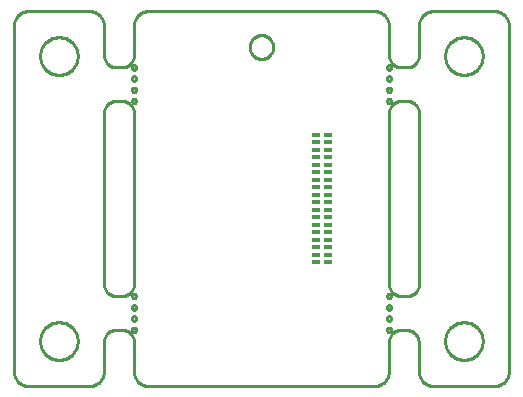
<source format=gbr>
G04 EAGLE Gerber RS-274X export*
G75*
%MOIN*%
%FSLAX34Y34*%
%LPD*%
%INSolderpaste Top*%
%IPPOS*%
%AMOC8*
5,1,8,0,0,1.08239X$1,22.5*%
G01*
%ADD10R,0.030000X0.015000*%
%ADD11C,0.010000*%


D10*
X2470Y-5375D03*
X2470Y-5125D03*
X2470Y-5625D03*
X2470Y-4875D03*
X2470Y-5875D03*
X2470Y-4625D03*
X2470Y-6125D03*
X2470Y-6375D03*
X2470Y-4375D03*
X2470Y-4125D03*
X2070Y-6375D03*
X2070Y-6125D03*
X2070Y-5875D03*
X2070Y-5625D03*
X2070Y-5375D03*
X2070Y-5125D03*
X2070Y-4875D03*
X2070Y-4625D03*
X2470Y-3875D03*
X2470Y-3625D03*
X2470Y-3375D03*
X2470Y-3125D03*
X2470Y-2875D03*
X2470Y-2625D03*
X2470Y-2375D03*
X2470Y-2125D03*
X2070Y-4375D03*
X2070Y-4125D03*
X2070Y-3875D03*
X2070Y-3625D03*
X2070Y-3375D03*
X2070Y-3125D03*
X2070Y-2875D03*
X2070Y-2625D03*
X2070Y-2375D03*
X2070Y-2125D03*
D11*
X-8000Y-10000D02*
X-7998Y-10044D01*
X-7992Y-10087D01*
X-7983Y-10129D01*
X-7970Y-10171D01*
X-7953Y-10211D01*
X-7933Y-10250D01*
X-7910Y-10287D01*
X-7883Y-10321D01*
X-7854Y-10354D01*
X-7821Y-10383D01*
X-7787Y-10410D01*
X-7750Y-10433D01*
X-7711Y-10453D01*
X-7671Y-10470D01*
X-7629Y-10483D01*
X-7587Y-10492D01*
X-7544Y-10498D01*
X-7500Y-10500D01*
X-5500Y-10500D01*
X-5456Y-10498D01*
X-5413Y-10492D01*
X-5371Y-10483D01*
X-5329Y-10470D01*
X-5289Y-10453D01*
X-5250Y-10433D01*
X-5213Y-10410D01*
X-5179Y-10383D01*
X-5146Y-10354D01*
X-5117Y-10321D01*
X-5090Y-10287D01*
X-5067Y-10250D01*
X-5047Y-10211D01*
X-5030Y-10171D01*
X-5017Y-10129D01*
X-5008Y-10087D01*
X-5002Y-10044D01*
X-5000Y-10000D01*
X-5000Y-9025D01*
X-4998Y-8990D01*
X-4994Y-8956D01*
X-4986Y-8921D01*
X-4976Y-8888D01*
X-4963Y-8856D01*
X-4946Y-8825D01*
X-4928Y-8796D01*
X-4906Y-8768D01*
X-4883Y-8742D01*
X-4857Y-8719D01*
X-4829Y-8697D01*
X-4800Y-8679D01*
X-4769Y-8662D01*
X-4737Y-8649D01*
X-4704Y-8639D01*
X-4669Y-8631D01*
X-4635Y-8627D01*
X-4600Y-8625D01*
X-4400Y-8625D01*
X-4365Y-8627D01*
X-4331Y-8631D01*
X-4296Y-8639D01*
X-4263Y-8649D01*
X-4231Y-8662D01*
X-4200Y-8679D01*
X-4171Y-8697D01*
X-4143Y-8719D01*
X-4117Y-8742D01*
X-4094Y-8768D01*
X-4072Y-8796D01*
X-4054Y-8825D01*
X-4037Y-8856D01*
X-4024Y-8888D01*
X-4014Y-8921D01*
X-4006Y-8956D01*
X-4002Y-8990D01*
X-4000Y-9025D01*
X-4000Y-10000D01*
X-3998Y-10044D01*
X-3992Y-10087D01*
X-3983Y-10129D01*
X-3970Y-10171D01*
X-3953Y-10211D01*
X-3933Y-10250D01*
X-3910Y-10287D01*
X-3883Y-10321D01*
X-3854Y-10354D01*
X-3821Y-10383D01*
X-3787Y-10410D01*
X-3750Y-10433D01*
X-3711Y-10453D01*
X-3671Y-10470D01*
X-3629Y-10483D01*
X-3587Y-10492D01*
X-3544Y-10498D01*
X-3500Y-10500D01*
X4000Y-10500D01*
X4044Y-10498D01*
X4087Y-10492D01*
X4129Y-10483D01*
X4171Y-10470D01*
X4211Y-10453D01*
X4250Y-10433D01*
X4287Y-10410D01*
X4321Y-10383D01*
X4354Y-10354D01*
X4383Y-10321D01*
X4410Y-10287D01*
X4433Y-10250D01*
X4453Y-10211D01*
X4470Y-10171D01*
X4483Y-10129D01*
X4492Y-10087D01*
X4498Y-10044D01*
X4500Y-10000D01*
X4500Y-9025D01*
X4502Y-8990D01*
X4506Y-8956D01*
X4514Y-8921D01*
X4524Y-8888D01*
X4537Y-8856D01*
X4554Y-8825D01*
X4572Y-8796D01*
X4594Y-8768D01*
X4617Y-8742D01*
X4643Y-8719D01*
X4671Y-8697D01*
X4700Y-8679D01*
X4731Y-8662D01*
X4763Y-8649D01*
X4796Y-8639D01*
X4831Y-8631D01*
X4865Y-8627D01*
X4900Y-8625D01*
X5100Y-8625D01*
X5140Y-8632D01*
X5179Y-8643D01*
X5218Y-8657D01*
X5254Y-8674D01*
X5290Y-8695D01*
X5323Y-8718D01*
X5354Y-8744D01*
X5383Y-8773D01*
X5409Y-8805D01*
X5432Y-8838D01*
X5452Y-8873D01*
X5469Y-8910D01*
X5483Y-8949D01*
X5493Y-8988D01*
X5500Y-9028D01*
X5504Y-9069D01*
X5504Y-9109D01*
X5500Y-9150D01*
X5500Y-10000D01*
X5502Y-10044D01*
X5508Y-10087D01*
X5517Y-10129D01*
X5530Y-10171D01*
X5547Y-10211D01*
X5567Y-10250D01*
X5590Y-10287D01*
X5617Y-10321D01*
X5646Y-10354D01*
X5679Y-10383D01*
X5713Y-10410D01*
X5750Y-10433D01*
X5789Y-10453D01*
X5829Y-10470D01*
X5871Y-10483D01*
X5913Y-10492D01*
X5956Y-10498D01*
X6000Y-10500D01*
X8000Y-10500D01*
X8044Y-10498D01*
X8087Y-10492D01*
X8129Y-10483D01*
X8171Y-10470D01*
X8211Y-10453D01*
X8250Y-10433D01*
X8287Y-10410D01*
X8321Y-10383D01*
X8354Y-10354D01*
X8383Y-10321D01*
X8410Y-10287D01*
X8433Y-10250D01*
X8453Y-10211D01*
X8470Y-10171D01*
X8483Y-10129D01*
X8492Y-10087D01*
X8498Y-10044D01*
X8500Y-10000D01*
X8500Y1500D01*
X8498Y1544D01*
X8492Y1587D01*
X8483Y1629D01*
X8470Y1671D01*
X8453Y1711D01*
X8433Y1750D01*
X8410Y1787D01*
X8383Y1821D01*
X8354Y1854D01*
X8321Y1883D01*
X8287Y1910D01*
X8250Y1933D01*
X8211Y1953D01*
X8171Y1970D01*
X8129Y1983D01*
X8087Y1992D01*
X8044Y1998D01*
X8000Y2000D01*
X6000Y2000D01*
X5956Y1998D01*
X5913Y1992D01*
X5871Y1983D01*
X5829Y1970D01*
X5789Y1953D01*
X5750Y1933D01*
X5713Y1910D01*
X5679Y1883D01*
X5646Y1854D01*
X5617Y1821D01*
X5590Y1787D01*
X5567Y1750D01*
X5547Y1711D01*
X5530Y1671D01*
X5517Y1629D01*
X5508Y1587D01*
X5502Y1544D01*
X5500Y1500D01*
X5500Y525D01*
X5498Y490D01*
X5494Y456D01*
X5486Y421D01*
X5476Y388D01*
X5463Y356D01*
X5446Y325D01*
X5428Y296D01*
X5406Y268D01*
X5383Y242D01*
X5357Y219D01*
X5329Y197D01*
X5300Y179D01*
X5269Y162D01*
X5237Y149D01*
X5204Y139D01*
X5169Y131D01*
X5135Y127D01*
X5100Y125D01*
X4900Y125D01*
X4865Y127D01*
X4831Y131D01*
X4796Y139D01*
X4763Y149D01*
X4731Y162D01*
X4700Y179D01*
X4671Y197D01*
X4643Y219D01*
X4617Y242D01*
X4594Y268D01*
X4572Y296D01*
X4554Y325D01*
X4537Y356D01*
X4524Y388D01*
X4514Y421D01*
X4506Y456D01*
X4502Y490D01*
X4500Y525D01*
X4500Y1500D01*
X4498Y1544D01*
X4492Y1587D01*
X4483Y1629D01*
X4470Y1671D01*
X4453Y1711D01*
X4433Y1750D01*
X4410Y1787D01*
X4383Y1821D01*
X4354Y1854D01*
X4321Y1883D01*
X4287Y1910D01*
X4250Y1933D01*
X4211Y1953D01*
X4171Y1970D01*
X4129Y1983D01*
X4087Y1992D01*
X4044Y1998D01*
X4000Y2000D01*
X-3500Y2000D01*
X-3544Y1998D01*
X-3587Y1992D01*
X-3629Y1983D01*
X-3671Y1970D01*
X-3711Y1953D01*
X-3750Y1933D01*
X-3787Y1910D01*
X-3821Y1883D01*
X-3854Y1854D01*
X-3883Y1821D01*
X-3910Y1787D01*
X-3933Y1750D01*
X-3953Y1711D01*
X-3970Y1671D01*
X-3983Y1629D01*
X-3992Y1587D01*
X-3998Y1544D01*
X-4000Y1500D01*
X-4000Y525D01*
X-4002Y490D01*
X-4006Y456D01*
X-4014Y421D01*
X-4024Y388D01*
X-4037Y356D01*
X-4054Y325D01*
X-4072Y296D01*
X-4094Y268D01*
X-4117Y242D01*
X-4143Y219D01*
X-4171Y197D01*
X-4200Y179D01*
X-4231Y162D01*
X-4263Y149D01*
X-4296Y139D01*
X-4331Y131D01*
X-4365Y127D01*
X-4400Y125D01*
X-4600Y125D01*
X-4635Y127D01*
X-4669Y131D01*
X-4704Y139D01*
X-4737Y149D01*
X-4769Y162D01*
X-4800Y179D01*
X-4829Y197D01*
X-4857Y219D01*
X-4883Y242D01*
X-4906Y268D01*
X-4928Y296D01*
X-4946Y325D01*
X-4963Y356D01*
X-4976Y388D01*
X-4986Y421D01*
X-4994Y456D01*
X-4998Y490D01*
X-5000Y525D01*
X-5000Y1500D01*
X-5002Y1544D01*
X-5008Y1587D01*
X-5017Y1629D01*
X-5030Y1671D01*
X-5047Y1711D01*
X-5067Y1750D01*
X-5090Y1787D01*
X-5117Y1821D01*
X-5146Y1854D01*
X-5179Y1883D01*
X-5213Y1910D01*
X-5250Y1933D01*
X-5289Y1953D01*
X-5329Y1970D01*
X-5371Y1983D01*
X-5413Y1992D01*
X-5456Y1998D01*
X-5500Y2000D01*
X-7500Y2000D01*
X-7544Y1998D01*
X-7587Y1992D01*
X-7629Y1983D01*
X-7671Y1970D01*
X-7711Y1953D01*
X-7750Y1933D01*
X-7787Y1910D01*
X-7821Y1883D01*
X-7854Y1854D01*
X-7883Y1821D01*
X-7910Y1787D01*
X-7933Y1750D01*
X-7953Y1711D01*
X-7970Y1671D01*
X-7983Y1629D01*
X-7992Y1587D01*
X-7998Y1544D01*
X-8000Y1500D01*
X-8000Y-10000D01*
X4500Y-7100D02*
X4502Y-7135D01*
X4506Y-7169D01*
X4514Y-7204D01*
X4524Y-7237D01*
X4537Y-7269D01*
X4554Y-7300D01*
X4572Y-7329D01*
X4594Y-7357D01*
X4617Y-7383D01*
X4643Y-7406D01*
X4671Y-7428D01*
X4700Y-7446D01*
X4731Y-7463D01*
X4763Y-7476D01*
X4796Y-7486D01*
X4831Y-7494D01*
X4865Y-7498D01*
X4900Y-7500D01*
X5100Y-7500D01*
X5135Y-7498D01*
X5169Y-7494D01*
X5204Y-7486D01*
X5237Y-7476D01*
X5269Y-7463D01*
X5300Y-7446D01*
X5329Y-7428D01*
X5357Y-7406D01*
X5383Y-7383D01*
X5406Y-7357D01*
X5428Y-7329D01*
X5446Y-7300D01*
X5463Y-7269D01*
X5476Y-7237D01*
X5486Y-7204D01*
X5494Y-7169D01*
X5498Y-7135D01*
X5500Y-7100D01*
X5500Y-1400D01*
X5498Y-1365D01*
X5494Y-1331D01*
X5486Y-1296D01*
X5476Y-1263D01*
X5463Y-1231D01*
X5446Y-1200D01*
X5428Y-1171D01*
X5406Y-1143D01*
X5383Y-1117D01*
X5357Y-1094D01*
X5329Y-1072D01*
X5300Y-1054D01*
X5269Y-1037D01*
X5237Y-1024D01*
X5204Y-1014D01*
X5169Y-1006D01*
X5135Y-1002D01*
X5100Y-1000D01*
X4900Y-1000D01*
X4865Y-1002D01*
X4831Y-1006D01*
X4796Y-1014D01*
X4763Y-1024D01*
X4731Y-1037D01*
X4700Y-1054D01*
X4671Y-1072D01*
X4643Y-1094D01*
X4617Y-1117D01*
X4594Y-1143D01*
X4572Y-1171D01*
X4554Y-1200D01*
X4537Y-1231D01*
X4524Y-1263D01*
X4514Y-1296D01*
X4506Y-1331D01*
X4502Y-1365D01*
X4500Y-1400D01*
X4500Y-7100D01*
X-5000Y-7100D02*
X-4998Y-7135D01*
X-4994Y-7169D01*
X-4986Y-7204D01*
X-4976Y-7237D01*
X-4963Y-7269D01*
X-4946Y-7300D01*
X-4928Y-7329D01*
X-4906Y-7357D01*
X-4883Y-7383D01*
X-4857Y-7406D01*
X-4829Y-7428D01*
X-4800Y-7446D01*
X-4769Y-7463D01*
X-4737Y-7476D01*
X-4704Y-7486D01*
X-4669Y-7494D01*
X-4635Y-7498D01*
X-4600Y-7500D01*
X-4400Y-7500D01*
X-4365Y-7498D01*
X-4331Y-7494D01*
X-4296Y-7486D01*
X-4263Y-7476D01*
X-4231Y-7463D01*
X-4200Y-7446D01*
X-4171Y-7428D01*
X-4143Y-7406D01*
X-4117Y-7383D01*
X-4094Y-7357D01*
X-4072Y-7329D01*
X-4054Y-7300D01*
X-4037Y-7269D01*
X-4024Y-7237D01*
X-4014Y-7204D01*
X-4006Y-7169D01*
X-4002Y-7135D01*
X-4000Y-7100D01*
X-4000Y-1400D01*
X-4002Y-1365D01*
X-4006Y-1331D01*
X-4014Y-1296D01*
X-4024Y-1263D01*
X-4037Y-1231D01*
X-4054Y-1200D01*
X-4072Y-1171D01*
X-4094Y-1143D01*
X-4117Y-1117D01*
X-4143Y-1094D01*
X-4171Y-1072D01*
X-4200Y-1054D01*
X-4231Y-1037D01*
X-4263Y-1024D01*
X-4296Y-1014D01*
X-4331Y-1006D01*
X-4365Y-1002D01*
X-4400Y-1000D01*
X-4600Y-1000D01*
X-4635Y-1002D01*
X-4669Y-1006D01*
X-4704Y-1014D01*
X-4737Y-1024D01*
X-4769Y-1037D01*
X-4800Y-1054D01*
X-4829Y-1072D01*
X-4857Y-1094D01*
X-4883Y-1117D01*
X-4906Y-1143D01*
X-4928Y-1171D01*
X-4946Y-1200D01*
X-4963Y-1231D01*
X-4976Y-1263D01*
X-4986Y-1296D01*
X-4994Y-1331D01*
X-4998Y-1365D01*
X-5000Y-1400D01*
X-5000Y-7100D01*
X4575Y-8632D02*
X4572Y-8647D01*
X4566Y-8661D01*
X4558Y-8673D01*
X4548Y-8683D01*
X4536Y-8691D01*
X4522Y-8697D01*
X4507Y-8700D01*
X4493Y-8700D01*
X4478Y-8697D01*
X4464Y-8691D01*
X4452Y-8683D01*
X4442Y-8673D01*
X4434Y-8661D01*
X4428Y-8647D01*
X4425Y-8632D01*
X4425Y-8618D01*
X4428Y-8603D01*
X4434Y-8589D01*
X4442Y-8577D01*
X4452Y-8567D01*
X4464Y-8559D01*
X4478Y-8553D01*
X4493Y-8550D01*
X4507Y-8550D01*
X4522Y-8553D01*
X4536Y-8559D01*
X4548Y-8567D01*
X4558Y-8577D01*
X4566Y-8589D01*
X4572Y-8603D01*
X4575Y-8618D01*
X4575Y-8632D01*
X4575Y-7507D02*
X4572Y-7522D01*
X4566Y-7536D01*
X4558Y-7548D01*
X4548Y-7558D01*
X4536Y-7566D01*
X4522Y-7572D01*
X4507Y-7575D01*
X4493Y-7575D01*
X4478Y-7572D01*
X4464Y-7566D01*
X4452Y-7558D01*
X4442Y-7548D01*
X4434Y-7536D01*
X4428Y-7522D01*
X4425Y-7507D01*
X4425Y-7493D01*
X4428Y-7478D01*
X4434Y-7464D01*
X4442Y-7452D01*
X4452Y-7442D01*
X4464Y-7434D01*
X4478Y-7428D01*
X4493Y-7425D01*
X4507Y-7425D01*
X4522Y-7428D01*
X4536Y-7434D01*
X4548Y-7442D01*
X4558Y-7452D01*
X4566Y-7464D01*
X4572Y-7478D01*
X4575Y-7493D01*
X4575Y-7507D01*
X4575Y-7882D02*
X4572Y-7897D01*
X4566Y-7911D01*
X4558Y-7923D01*
X4548Y-7933D01*
X4536Y-7941D01*
X4522Y-7947D01*
X4507Y-7950D01*
X4493Y-7950D01*
X4478Y-7947D01*
X4464Y-7941D01*
X4452Y-7933D01*
X4442Y-7923D01*
X4434Y-7911D01*
X4428Y-7897D01*
X4425Y-7882D01*
X4425Y-7868D01*
X4428Y-7853D01*
X4434Y-7839D01*
X4442Y-7827D01*
X4452Y-7817D01*
X4464Y-7809D01*
X4478Y-7803D01*
X4493Y-7800D01*
X4507Y-7800D01*
X4522Y-7803D01*
X4536Y-7809D01*
X4548Y-7817D01*
X4558Y-7827D01*
X4566Y-7839D01*
X4572Y-7853D01*
X4575Y-7868D01*
X4575Y-7882D01*
X4575Y-8257D02*
X4572Y-8272D01*
X4566Y-8286D01*
X4558Y-8298D01*
X4548Y-8308D01*
X4536Y-8316D01*
X4522Y-8322D01*
X4507Y-8325D01*
X4493Y-8325D01*
X4478Y-8322D01*
X4464Y-8316D01*
X4452Y-8308D01*
X4442Y-8298D01*
X4434Y-8286D01*
X4428Y-8272D01*
X4425Y-8257D01*
X4425Y-8243D01*
X4428Y-8228D01*
X4434Y-8214D01*
X4442Y-8202D01*
X4452Y-8192D01*
X4464Y-8184D01*
X4478Y-8178D01*
X4493Y-8175D01*
X4507Y-8175D01*
X4522Y-8178D01*
X4536Y-8184D01*
X4548Y-8192D01*
X4558Y-8202D01*
X4566Y-8214D01*
X4572Y-8228D01*
X4575Y-8243D01*
X4575Y-8257D01*
X7625Y-9020D02*
X7622Y-9061D01*
X7617Y-9102D01*
X7609Y-9142D01*
X7598Y-9182D01*
X7585Y-9220D01*
X7570Y-9258D01*
X7551Y-9295D01*
X7531Y-9330D01*
X7508Y-9364D01*
X7483Y-9397D01*
X7456Y-9427D01*
X7427Y-9456D01*
X7397Y-9483D01*
X7364Y-9508D01*
X7330Y-9531D01*
X7295Y-9551D01*
X7258Y-9570D01*
X7220Y-9585D01*
X7182Y-9598D01*
X7142Y-9609D01*
X7102Y-9617D01*
X7061Y-9622D01*
X7020Y-9625D01*
X6980Y-9625D01*
X6939Y-9622D01*
X6898Y-9617D01*
X6858Y-9609D01*
X6818Y-9598D01*
X6780Y-9585D01*
X6742Y-9570D01*
X6705Y-9551D01*
X6670Y-9531D01*
X6636Y-9508D01*
X6603Y-9483D01*
X6573Y-9456D01*
X6544Y-9427D01*
X6517Y-9397D01*
X6492Y-9364D01*
X6469Y-9330D01*
X6449Y-9295D01*
X6430Y-9258D01*
X6415Y-9220D01*
X6402Y-9182D01*
X6391Y-9142D01*
X6383Y-9102D01*
X6378Y-9061D01*
X6375Y-9020D01*
X6375Y-8980D01*
X6378Y-8939D01*
X6383Y-8898D01*
X6391Y-8858D01*
X6402Y-8818D01*
X6415Y-8780D01*
X6430Y-8742D01*
X6449Y-8705D01*
X6469Y-8670D01*
X6492Y-8636D01*
X6517Y-8603D01*
X6544Y-8573D01*
X6573Y-8544D01*
X6603Y-8517D01*
X6636Y-8492D01*
X6670Y-8469D01*
X6705Y-8449D01*
X6742Y-8430D01*
X6780Y-8415D01*
X6818Y-8402D01*
X6858Y-8391D01*
X6898Y-8383D01*
X6939Y-8378D01*
X6980Y-8375D01*
X7020Y-8375D01*
X7061Y-8378D01*
X7102Y-8383D01*
X7142Y-8391D01*
X7182Y-8402D01*
X7220Y-8415D01*
X7258Y-8430D01*
X7295Y-8449D01*
X7330Y-8469D01*
X7364Y-8492D01*
X7397Y-8517D01*
X7427Y-8544D01*
X7456Y-8573D01*
X7483Y-8603D01*
X7508Y-8636D01*
X7531Y-8670D01*
X7551Y-8705D01*
X7570Y-8742D01*
X7585Y-8780D01*
X7598Y-8818D01*
X7609Y-8858D01*
X7617Y-8898D01*
X7622Y-8939D01*
X7625Y-8980D01*
X7625Y-9020D01*
X644Y783D02*
X641Y749D01*
X635Y715D01*
X626Y681D01*
X614Y649D01*
X600Y618D01*
X582Y588D01*
X563Y560D01*
X541Y534D01*
X516Y509D01*
X490Y487D01*
X462Y468D01*
X432Y450D01*
X401Y436D01*
X369Y424D01*
X335Y415D01*
X301Y409D01*
X267Y406D01*
X233Y406D01*
X199Y409D01*
X165Y415D01*
X131Y424D01*
X99Y436D01*
X68Y450D01*
X38Y468D01*
X10Y487D01*
X-16Y509D01*
X-41Y534D01*
X-63Y560D01*
X-82Y588D01*
X-100Y618D01*
X-114Y649D01*
X-126Y681D01*
X-135Y715D01*
X-141Y749D01*
X-144Y783D01*
X-144Y817D01*
X-141Y851D01*
X-135Y885D01*
X-126Y919D01*
X-114Y951D01*
X-100Y982D01*
X-82Y1012D01*
X-63Y1040D01*
X-41Y1066D01*
X-16Y1091D01*
X10Y1113D01*
X38Y1132D01*
X68Y1150D01*
X99Y1164D01*
X131Y1176D01*
X165Y1185D01*
X199Y1191D01*
X233Y1194D01*
X267Y1194D01*
X301Y1191D01*
X335Y1185D01*
X369Y1176D01*
X401Y1164D01*
X432Y1150D01*
X462Y1132D01*
X490Y1113D01*
X516Y1091D01*
X541Y1066D01*
X563Y1040D01*
X582Y1012D01*
X600Y982D01*
X614Y951D01*
X626Y919D01*
X635Y885D01*
X641Y851D01*
X644Y817D01*
X644Y783D01*
X4575Y-1007D02*
X4572Y-1022D01*
X4566Y-1036D01*
X4558Y-1048D01*
X4548Y-1058D01*
X4536Y-1066D01*
X4522Y-1072D01*
X4507Y-1075D01*
X4493Y-1075D01*
X4478Y-1072D01*
X4464Y-1066D01*
X4452Y-1058D01*
X4442Y-1048D01*
X4434Y-1036D01*
X4428Y-1022D01*
X4425Y-1007D01*
X4425Y-993D01*
X4428Y-978D01*
X4434Y-964D01*
X4442Y-952D01*
X4452Y-942D01*
X4464Y-934D01*
X4478Y-928D01*
X4493Y-925D01*
X4507Y-925D01*
X4522Y-928D01*
X4536Y-934D01*
X4548Y-942D01*
X4558Y-952D01*
X4566Y-964D01*
X4572Y-978D01*
X4575Y-993D01*
X4575Y-1007D01*
X4575Y118D02*
X4572Y103D01*
X4566Y89D01*
X4558Y77D01*
X4548Y67D01*
X4536Y59D01*
X4522Y53D01*
X4507Y50D01*
X4493Y50D01*
X4478Y53D01*
X4464Y59D01*
X4452Y67D01*
X4442Y77D01*
X4434Y89D01*
X4428Y103D01*
X4425Y118D01*
X4425Y132D01*
X4428Y147D01*
X4434Y161D01*
X4442Y173D01*
X4452Y183D01*
X4464Y191D01*
X4478Y197D01*
X4493Y200D01*
X4507Y200D01*
X4522Y197D01*
X4536Y191D01*
X4548Y183D01*
X4558Y173D01*
X4566Y161D01*
X4572Y147D01*
X4575Y132D01*
X4575Y118D01*
X4575Y-257D02*
X4572Y-272D01*
X4566Y-286D01*
X4558Y-298D01*
X4548Y-308D01*
X4536Y-316D01*
X4522Y-322D01*
X4507Y-325D01*
X4493Y-325D01*
X4478Y-322D01*
X4464Y-316D01*
X4452Y-308D01*
X4442Y-298D01*
X4434Y-286D01*
X4428Y-272D01*
X4425Y-257D01*
X4425Y-243D01*
X4428Y-228D01*
X4434Y-214D01*
X4442Y-202D01*
X4452Y-192D01*
X4464Y-184D01*
X4478Y-178D01*
X4493Y-175D01*
X4507Y-175D01*
X4522Y-178D01*
X4536Y-184D01*
X4548Y-192D01*
X4558Y-202D01*
X4566Y-214D01*
X4572Y-228D01*
X4575Y-243D01*
X4575Y-257D01*
X4575Y-632D02*
X4572Y-647D01*
X4566Y-661D01*
X4558Y-673D01*
X4548Y-683D01*
X4536Y-691D01*
X4522Y-697D01*
X4507Y-700D01*
X4493Y-700D01*
X4478Y-697D01*
X4464Y-691D01*
X4452Y-683D01*
X4442Y-673D01*
X4434Y-661D01*
X4428Y-647D01*
X4425Y-632D01*
X4425Y-618D01*
X4428Y-603D01*
X4434Y-589D01*
X4442Y-577D01*
X4452Y-567D01*
X4464Y-559D01*
X4478Y-553D01*
X4493Y-550D01*
X4507Y-550D01*
X4522Y-553D01*
X4536Y-559D01*
X4548Y-567D01*
X4558Y-577D01*
X4566Y-589D01*
X4572Y-603D01*
X4575Y-618D01*
X4575Y-632D01*
X-3925Y-1007D02*
X-3928Y-1022D01*
X-3934Y-1036D01*
X-3942Y-1048D01*
X-3952Y-1058D01*
X-3964Y-1066D01*
X-3978Y-1072D01*
X-3993Y-1075D01*
X-4007Y-1075D01*
X-4022Y-1072D01*
X-4036Y-1066D01*
X-4048Y-1058D01*
X-4058Y-1048D01*
X-4066Y-1036D01*
X-4072Y-1022D01*
X-4075Y-1007D01*
X-4075Y-993D01*
X-4072Y-978D01*
X-4066Y-964D01*
X-4058Y-952D01*
X-4048Y-942D01*
X-4036Y-934D01*
X-4022Y-928D01*
X-4007Y-925D01*
X-3993Y-925D01*
X-3978Y-928D01*
X-3964Y-934D01*
X-3952Y-942D01*
X-3942Y-952D01*
X-3934Y-964D01*
X-3928Y-978D01*
X-3925Y-993D01*
X-3925Y-1007D01*
X-3925Y118D02*
X-3928Y103D01*
X-3934Y89D01*
X-3942Y77D01*
X-3952Y67D01*
X-3964Y59D01*
X-3978Y53D01*
X-3993Y50D01*
X-4007Y50D01*
X-4022Y53D01*
X-4036Y59D01*
X-4048Y67D01*
X-4058Y77D01*
X-4066Y89D01*
X-4072Y103D01*
X-4075Y118D01*
X-4075Y132D01*
X-4072Y147D01*
X-4066Y161D01*
X-4058Y173D01*
X-4048Y183D01*
X-4036Y191D01*
X-4022Y197D01*
X-4007Y200D01*
X-3993Y200D01*
X-3978Y197D01*
X-3964Y191D01*
X-3952Y183D01*
X-3942Y173D01*
X-3934Y161D01*
X-3928Y147D01*
X-3925Y132D01*
X-3925Y118D01*
X-3925Y-257D02*
X-3928Y-272D01*
X-3934Y-286D01*
X-3942Y-298D01*
X-3952Y-308D01*
X-3964Y-316D01*
X-3978Y-322D01*
X-3993Y-325D01*
X-4007Y-325D01*
X-4022Y-322D01*
X-4036Y-316D01*
X-4048Y-308D01*
X-4058Y-298D01*
X-4066Y-286D01*
X-4072Y-272D01*
X-4075Y-257D01*
X-4075Y-243D01*
X-4072Y-228D01*
X-4066Y-214D01*
X-4058Y-202D01*
X-4048Y-192D01*
X-4036Y-184D01*
X-4022Y-178D01*
X-4007Y-175D01*
X-3993Y-175D01*
X-3978Y-178D01*
X-3964Y-184D01*
X-3952Y-192D01*
X-3942Y-202D01*
X-3934Y-214D01*
X-3928Y-228D01*
X-3925Y-243D01*
X-3925Y-257D01*
X-3925Y-632D02*
X-3928Y-647D01*
X-3934Y-661D01*
X-3942Y-673D01*
X-3952Y-683D01*
X-3964Y-691D01*
X-3978Y-697D01*
X-3993Y-700D01*
X-4007Y-700D01*
X-4022Y-697D01*
X-4036Y-691D01*
X-4048Y-683D01*
X-4058Y-673D01*
X-4066Y-661D01*
X-4072Y-647D01*
X-4075Y-632D01*
X-4075Y-618D01*
X-4072Y-603D01*
X-4066Y-589D01*
X-4058Y-577D01*
X-4048Y-567D01*
X-4036Y-559D01*
X-4022Y-553D01*
X-4007Y-550D01*
X-3993Y-550D01*
X-3978Y-553D01*
X-3964Y-559D01*
X-3952Y-567D01*
X-3942Y-577D01*
X-3934Y-589D01*
X-3928Y-603D01*
X-3925Y-618D01*
X-3925Y-632D01*
X-3925Y-8632D02*
X-3928Y-8647D01*
X-3934Y-8661D01*
X-3942Y-8673D01*
X-3952Y-8683D01*
X-3964Y-8691D01*
X-3978Y-8697D01*
X-3993Y-8700D01*
X-4007Y-8700D01*
X-4022Y-8697D01*
X-4036Y-8691D01*
X-4048Y-8683D01*
X-4058Y-8673D01*
X-4066Y-8661D01*
X-4072Y-8647D01*
X-4075Y-8632D01*
X-4075Y-8618D01*
X-4072Y-8603D01*
X-4066Y-8589D01*
X-4058Y-8577D01*
X-4048Y-8567D01*
X-4036Y-8559D01*
X-4022Y-8553D01*
X-4007Y-8550D01*
X-3993Y-8550D01*
X-3978Y-8553D01*
X-3964Y-8559D01*
X-3952Y-8567D01*
X-3942Y-8577D01*
X-3934Y-8589D01*
X-3928Y-8603D01*
X-3925Y-8618D01*
X-3925Y-8632D01*
X-3925Y-7507D02*
X-3928Y-7522D01*
X-3934Y-7536D01*
X-3942Y-7548D01*
X-3952Y-7558D01*
X-3964Y-7566D01*
X-3978Y-7572D01*
X-3993Y-7575D01*
X-4007Y-7575D01*
X-4022Y-7572D01*
X-4036Y-7566D01*
X-4048Y-7558D01*
X-4058Y-7548D01*
X-4066Y-7536D01*
X-4072Y-7522D01*
X-4075Y-7507D01*
X-4075Y-7493D01*
X-4072Y-7478D01*
X-4066Y-7464D01*
X-4058Y-7452D01*
X-4048Y-7442D01*
X-4036Y-7434D01*
X-4022Y-7428D01*
X-4007Y-7425D01*
X-3993Y-7425D01*
X-3978Y-7428D01*
X-3964Y-7434D01*
X-3952Y-7442D01*
X-3942Y-7452D01*
X-3934Y-7464D01*
X-3928Y-7478D01*
X-3925Y-7493D01*
X-3925Y-7507D01*
X-3925Y-7882D02*
X-3928Y-7897D01*
X-3934Y-7911D01*
X-3942Y-7923D01*
X-3952Y-7933D01*
X-3964Y-7941D01*
X-3978Y-7947D01*
X-3993Y-7950D01*
X-4007Y-7950D01*
X-4022Y-7947D01*
X-4036Y-7941D01*
X-4048Y-7933D01*
X-4058Y-7923D01*
X-4066Y-7911D01*
X-4072Y-7897D01*
X-4075Y-7882D01*
X-4075Y-7868D01*
X-4072Y-7853D01*
X-4066Y-7839D01*
X-4058Y-7827D01*
X-4048Y-7817D01*
X-4036Y-7809D01*
X-4022Y-7803D01*
X-4007Y-7800D01*
X-3993Y-7800D01*
X-3978Y-7803D01*
X-3964Y-7809D01*
X-3952Y-7817D01*
X-3942Y-7827D01*
X-3934Y-7839D01*
X-3928Y-7853D01*
X-3925Y-7868D01*
X-3925Y-7882D01*
X-3925Y-8257D02*
X-3928Y-8272D01*
X-3934Y-8286D01*
X-3942Y-8298D01*
X-3952Y-8308D01*
X-3964Y-8316D01*
X-3978Y-8322D01*
X-3993Y-8325D01*
X-4007Y-8325D01*
X-4022Y-8322D01*
X-4036Y-8316D01*
X-4048Y-8308D01*
X-4058Y-8298D01*
X-4066Y-8286D01*
X-4072Y-8272D01*
X-4075Y-8257D01*
X-4075Y-8243D01*
X-4072Y-8228D01*
X-4066Y-8214D01*
X-4058Y-8202D01*
X-4048Y-8192D01*
X-4036Y-8184D01*
X-4022Y-8178D01*
X-4007Y-8175D01*
X-3993Y-8175D01*
X-3978Y-8178D01*
X-3964Y-8184D01*
X-3952Y-8192D01*
X-3942Y-8202D01*
X-3934Y-8214D01*
X-3928Y-8228D01*
X-3925Y-8243D01*
X-3925Y-8257D01*
X7625Y480D02*
X7622Y439D01*
X7617Y398D01*
X7609Y358D01*
X7598Y318D01*
X7585Y280D01*
X7570Y242D01*
X7551Y205D01*
X7531Y170D01*
X7508Y136D01*
X7483Y103D01*
X7456Y73D01*
X7427Y44D01*
X7397Y17D01*
X7364Y-8D01*
X7330Y-31D01*
X7295Y-51D01*
X7258Y-70D01*
X7220Y-85D01*
X7182Y-98D01*
X7142Y-109D01*
X7102Y-117D01*
X7061Y-122D01*
X7020Y-125D01*
X6980Y-125D01*
X6939Y-122D01*
X6898Y-117D01*
X6858Y-109D01*
X6818Y-98D01*
X6780Y-85D01*
X6742Y-70D01*
X6705Y-51D01*
X6670Y-31D01*
X6636Y-8D01*
X6603Y17D01*
X6573Y44D01*
X6544Y73D01*
X6517Y103D01*
X6492Y136D01*
X6469Y170D01*
X6449Y205D01*
X6430Y242D01*
X6415Y280D01*
X6402Y318D01*
X6391Y358D01*
X6383Y398D01*
X6378Y439D01*
X6375Y480D01*
X6375Y520D01*
X6378Y561D01*
X6383Y602D01*
X6391Y642D01*
X6402Y682D01*
X6415Y720D01*
X6430Y758D01*
X6449Y795D01*
X6469Y830D01*
X6492Y864D01*
X6517Y897D01*
X6544Y927D01*
X6573Y956D01*
X6603Y983D01*
X6636Y1008D01*
X6670Y1031D01*
X6705Y1051D01*
X6742Y1070D01*
X6780Y1085D01*
X6818Y1098D01*
X6858Y1109D01*
X6898Y1117D01*
X6939Y1122D01*
X6980Y1125D01*
X7020Y1125D01*
X7061Y1122D01*
X7102Y1117D01*
X7142Y1109D01*
X7182Y1098D01*
X7220Y1085D01*
X7258Y1070D01*
X7295Y1051D01*
X7330Y1031D01*
X7364Y1008D01*
X7397Y983D01*
X7427Y956D01*
X7456Y927D01*
X7483Y897D01*
X7508Y864D01*
X7531Y830D01*
X7551Y795D01*
X7570Y758D01*
X7585Y720D01*
X7598Y682D01*
X7609Y642D01*
X7617Y602D01*
X7622Y561D01*
X7625Y520D01*
X7625Y480D01*
X-5875Y480D02*
X-5878Y439D01*
X-5883Y398D01*
X-5891Y358D01*
X-5902Y318D01*
X-5915Y280D01*
X-5930Y242D01*
X-5949Y205D01*
X-5969Y170D01*
X-5992Y136D01*
X-6017Y103D01*
X-6044Y73D01*
X-6073Y44D01*
X-6103Y17D01*
X-6136Y-8D01*
X-6170Y-31D01*
X-6205Y-51D01*
X-6242Y-70D01*
X-6280Y-85D01*
X-6318Y-98D01*
X-6358Y-109D01*
X-6398Y-117D01*
X-6439Y-122D01*
X-6480Y-125D01*
X-6520Y-125D01*
X-6561Y-122D01*
X-6602Y-117D01*
X-6642Y-109D01*
X-6682Y-98D01*
X-6720Y-85D01*
X-6758Y-70D01*
X-6795Y-51D01*
X-6830Y-31D01*
X-6864Y-8D01*
X-6897Y17D01*
X-6927Y44D01*
X-6956Y73D01*
X-6983Y103D01*
X-7008Y136D01*
X-7031Y170D01*
X-7051Y205D01*
X-7070Y242D01*
X-7085Y280D01*
X-7098Y318D01*
X-7109Y358D01*
X-7117Y398D01*
X-7122Y439D01*
X-7125Y480D01*
X-7125Y520D01*
X-7122Y561D01*
X-7117Y602D01*
X-7109Y642D01*
X-7098Y682D01*
X-7085Y720D01*
X-7070Y758D01*
X-7051Y795D01*
X-7031Y830D01*
X-7008Y864D01*
X-6983Y897D01*
X-6956Y927D01*
X-6927Y956D01*
X-6897Y983D01*
X-6864Y1008D01*
X-6830Y1031D01*
X-6795Y1051D01*
X-6758Y1070D01*
X-6720Y1085D01*
X-6682Y1098D01*
X-6642Y1109D01*
X-6602Y1117D01*
X-6561Y1122D01*
X-6520Y1125D01*
X-6480Y1125D01*
X-6439Y1122D01*
X-6398Y1117D01*
X-6358Y1109D01*
X-6318Y1098D01*
X-6280Y1085D01*
X-6242Y1070D01*
X-6205Y1051D01*
X-6170Y1031D01*
X-6136Y1008D01*
X-6103Y983D01*
X-6073Y956D01*
X-6044Y927D01*
X-6017Y897D01*
X-5992Y864D01*
X-5969Y830D01*
X-5949Y795D01*
X-5930Y758D01*
X-5915Y720D01*
X-5902Y682D01*
X-5891Y642D01*
X-5883Y602D01*
X-5878Y561D01*
X-5875Y520D01*
X-5875Y480D01*
X-5875Y-9020D02*
X-5878Y-9061D01*
X-5883Y-9102D01*
X-5891Y-9142D01*
X-5902Y-9182D01*
X-5915Y-9220D01*
X-5930Y-9258D01*
X-5949Y-9295D01*
X-5969Y-9330D01*
X-5992Y-9364D01*
X-6017Y-9397D01*
X-6044Y-9427D01*
X-6073Y-9456D01*
X-6103Y-9483D01*
X-6136Y-9508D01*
X-6170Y-9531D01*
X-6205Y-9551D01*
X-6242Y-9570D01*
X-6280Y-9585D01*
X-6318Y-9598D01*
X-6358Y-9609D01*
X-6398Y-9617D01*
X-6439Y-9622D01*
X-6480Y-9625D01*
X-6520Y-9625D01*
X-6561Y-9622D01*
X-6602Y-9617D01*
X-6642Y-9609D01*
X-6682Y-9598D01*
X-6720Y-9585D01*
X-6758Y-9570D01*
X-6795Y-9551D01*
X-6830Y-9531D01*
X-6864Y-9508D01*
X-6897Y-9483D01*
X-6927Y-9456D01*
X-6956Y-9427D01*
X-6983Y-9397D01*
X-7008Y-9364D01*
X-7031Y-9330D01*
X-7051Y-9295D01*
X-7070Y-9258D01*
X-7085Y-9220D01*
X-7098Y-9182D01*
X-7109Y-9142D01*
X-7117Y-9102D01*
X-7122Y-9061D01*
X-7125Y-9020D01*
X-7125Y-8980D01*
X-7122Y-8939D01*
X-7117Y-8898D01*
X-7109Y-8858D01*
X-7098Y-8818D01*
X-7085Y-8780D01*
X-7070Y-8742D01*
X-7051Y-8705D01*
X-7031Y-8670D01*
X-7008Y-8636D01*
X-6983Y-8603D01*
X-6956Y-8573D01*
X-6927Y-8544D01*
X-6897Y-8517D01*
X-6864Y-8492D01*
X-6830Y-8469D01*
X-6795Y-8449D01*
X-6758Y-8430D01*
X-6720Y-8415D01*
X-6682Y-8402D01*
X-6642Y-8391D01*
X-6602Y-8383D01*
X-6561Y-8378D01*
X-6520Y-8375D01*
X-6480Y-8375D01*
X-6439Y-8378D01*
X-6398Y-8383D01*
X-6358Y-8391D01*
X-6318Y-8402D01*
X-6280Y-8415D01*
X-6242Y-8430D01*
X-6205Y-8449D01*
X-6170Y-8469D01*
X-6136Y-8492D01*
X-6103Y-8517D01*
X-6073Y-8544D01*
X-6044Y-8573D01*
X-6017Y-8603D01*
X-5992Y-8636D01*
X-5969Y-8670D01*
X-5949Y-8705D01*
X-5930Y-8742D01*
X-5915Y-8780D01*
X-5902Y-8818D01*
X-5891Y-8858D01*
X-5883Y-8898D01*
X-5878Y-8939D01*
X-5875Y-8980D01*
X-5875Y-9020D01*
M02*

</source>
